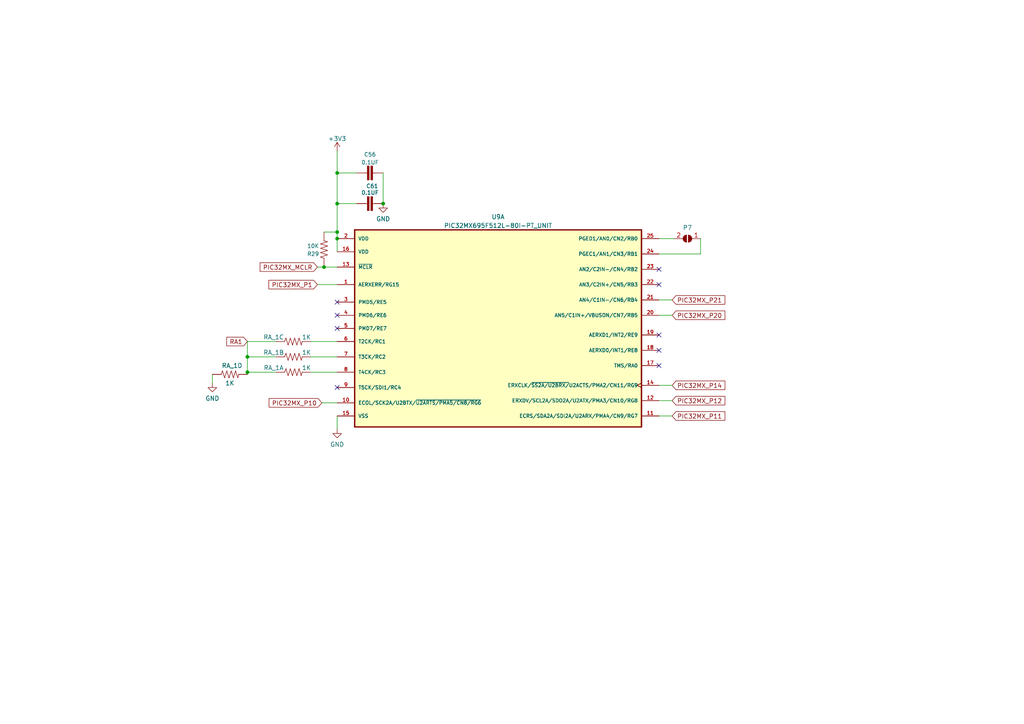
<source format=kicad_sch>
(kicad_sch (version 20211123) (generator eeschema)
  (paper "A4")
  (lib_symbols
    (symbol "Jumper:SolderJumper_2_Open" (pin_names (offset 0) hide)
      (property "Reference" "JP" (at 0 2.032 0))
      (property "Value" "SolderJumper_2_Open" (at 0 -2.54 0))
      (symbol "SolderJumper_2_Open_0_1"
        (arc (start -0.254 1.016) (mid -1.27 0) (end -0.254 -1.016))
        (arc (start -0.254 1.016) (mid -1.27 0) (end -0.254 -1.016) (fill (type outline)))
        (polyline (pts (xy -0.254 1.016) (xy -0.254 -1.016)))
        (polyline (pts (xy 0.254 1.016) (xy 0.254 -1.016)))
        (arc (start 0.254 -1.016) (mid 1.27 0) (end 0.254 1.016))
        (arc (start 0.254 -1.016) (mid 1.27 0) (end 0.254 1.016) (fill (type outline)))
      )
      (symbol "SolderJumper_2_Open_1_1"
        (pin passive line (at -3.81 0 0) (length 2.54) (name "A") (number "1"))
        (pin passive line (at 3.81 0 180) (length 2.54) (name "B") (number "2"))
      )
    )
    (symbol "MCU_Microchip_PIC32:PIC32MX695F512L-80I-PT_UNIT" (pin_names (offset 1.016))
      (property "Reference" "U?" (at 42.2275 2.506 0))
      (property "Value" "PIC32MX695F512L-80I-PT_UNIT" (at 42.2275 -0.0309 0))
      (symbol "PIC32MX695F512L-80I-PT_UNIT_0_0"
        (rectangle (start 0.635 -1.27) (end 83.82 -58.42) (stroke (width 0.4064)) (fill (type background)))
      )
      (symbol "PIC32MX695F512L-80I-PT_UNIT_1_0"
        (pin bidirectional line (at -4.445 -17.145 0) (length 5.08) (name "AERXERR/RG15") (number "1"))
        (pin bidirectional line (at -4.445 -51.435 0) (length 5.08) (name "ECOL/SCK2A/U2BTX/~{U2ARTS/PMA5/CN8/RG6}") (number "10"))
        (pin bidirectional line (at 88.9 -55.245 180) (length 5.08) (name "ECRS/SDA2A/SDI2A/U2ARX/PMA4/CN9/RG7") (number "11"))
        (pin bidirectional line (at 88.9 -50.8 180) (length 5.08) (name "ERXDV/SCL2A/SDO2A/U2ATX/PMA3/CN10/RG8") (number "12"))
        (pin input line (at -4.445 -12.065 0) (length 5.08) (name "~{MCLR}") (number "13"))
        (pin input clock (at 88.9 -46.355 180) (length 5.08) (name "ERXCLK/~{SS2A/U2BRX/}U2ACTS/PMA2/CN11/RG9") (number "14"))
        (pin power_in line (at -4.445 -55.245 0) (length 5.08) (name "VSS") (number "15"))
        (pin power_in line (at -4.445 -7.62 0) (length 5.08) (name "VDD") (number "16"))
        (pin bidirectional line (at 88.9 -40.64 180) (length 5.08) (name "TMS/RA0") (number "17"))
        (pin input line (at 88.9 -36.195 180) (length 5.08) (name "AERXD0/INT1/RE8") (number "18"))
        (pin input line (at 88.9 -31.75 180) (length 5.08) (name "AERXD1/INT2/RE9") (number "19"))
        (pin power_in line (at -4.445 -3.81 0) (length 5.08) (name "VDD") (number "2"))
        (pin input line (at 88.9 -26.035 180) (length 5.08) (name "AN5/C1IN+/VBUSON/CN7/RB5") (number "20"))
        (pin input line (at 88.9 -21.59 180) (length 5.08) (name "AN4/C1IN-/CN6/RB4") (number "21"))
        (pin input line (at 88.9 -17.145 180) (length 5.08) (name "AN3/C2IN+/CN5/RB3") (number "22"))
        (pin input line (at 88.9 -12.7 180) (length 5.08) (name "AN2/C2IN-/CN4/RB2") (number "23"))
        (pin bidirectional line (at 88.9 -8.255 180) (length 5.08) (name "PGEC1/AN1/CN3/RB1") (number "24"))
        (pin bidirectional line (at 88.9 -3.81 180) (length 5.08) (name "PGED1/AN0/CN2/RB0") (number "25"))
        (pin bidirectional line (at -4.445 -22.225 0) (length 5.08) (name "PMD5/RE5") (number "3"))
        (pin bidirectional line (at -4.445 -26.035 0) (length 5.08) (name "PMD6/RE6") (number "4"))
        (pin bidirectional line (at -4.445 -29.845 0) (length 5.08) (name "PMD7/RE7") (number "5"))
        (pin bidirectional line (at -4.445 -33.655 0) (length 5.08) (name "T2CK/RC1") (number "6"))
        (pin bidirectional line (at -4.445 -38.1 0) (length 5.08) (name "T3CK/RC2") (number "7"))
        (pin bidirectional line (at -4.445 -42.545 0) (length 5.08) (name "T4CK/RC3") (number "8"))
        (pin bidirectional line (at -4.445 -46.99 0) (length 5.08) (name "T5CK/SDI1/RC4") (number "9"))
      )
      (symbol "PIC32MX695F512L-80I-PT_UNIT_2_0"
        (pin bidirectional line (at -4.445 -5.715 0) (length 5.08) (name "PGEC2/AN6/OCFA/RB6") (number "26"))
        (pin bidirectional line (at -4.445 -8.89 0) (length 5.08) (name "PGED2/AN7/RB7") (number "27"))
        (pin bidirectional line (at -4.445 -11.43 0) (length 5.08) (name "VREF-/CVREF-/AERXD2/PMA7/RA9") (number "28"))
        (pin bidirectional line (at -4.445 -14.605 0) (length 5.08) (name "VREF+/CVREF+/AERXD3/PMA6/RA10") (number "29"))
        (pin power_in line (at -4.445 -17.145 0) (length 5.08) (name "AVDD") (number "30"))
        (pin power_in line (at -4.445 -19.685 0) (length 5.08) (name "AVSS") (number "31"))
        (pin bidirectional line (at -4.445 -22.86 0) (length 5.08) (name "AN8/C1OUT/RB8") (number "32"))
        (pin bidirectional line (at -4.445 -25.4 0) (length 5.08) (name "AN9/C2OUT/RB9") (number "33"))
        (pin bidirectional line (at -4.445 -27.94 0) (length 5.08) (name "AN10/CVREFOUT/PMA13/RB10") (number "34"))
        (pin bidirectional line (at -4.445 -30.48 0) (length 5.08) (name "AN11/ERXERR/AETXERR/PMA12/RB11") (number "35"))
        (pin power_in line (at -4.445 -33.02 0) (length 5.08) (name "VSS") (number "36"))
        (pin power_in line (at -4.445 -36.195 0) (length 5.08) (name "VDD") (number "37"))
        (pin bidirectional line (at -4.445 -39.37 0) (length 5.08) (name "TCK/RA1") (number "38"))
        (pin bidirectional line (at 88.9 -39.37 180) (length 5.08) (name "SCK3A/U3BTX/~{U3ARTS/RF13}") (number "39"))
        (pin bidirectional line (at 88.9 -36.195 180) (length 5.08) (name "~{SS3A/U3BRX/}U3ACTS/RF12") (number "40"))
        (pin bidirectional line (at 88.9 -33.02 180) (length 5.08) (name "AN12/ERXD0/AECRS/PMA11/RB12") (number "41"))
        (pin bidirectional line (at 88.9 -30.48 180) (length 5.08) (name "AN13/ERXD1/AECOL/PMA10/RB13") (number "42"))
        (pin bidirectional line (at 88.9 -27.94 180) (length 5.08) (name "AN14/ERXD2/AETXD3/PMALH/PMA1/RB14") (number "43"))
        (pin bidirectional line (at 88.9 -25.4 180) (length 5.08) (name "AN15/ERXD3/AETXD2/OCFB/PMALL/PMA0/CN12/RB15") (number "44"))
        (pin power_in line (at 88.9 -21.59 180) (length 5.08) (name "VSS") (number "45"))
        (pin power_in line (at 88.9 -18.415 180) (length 5.08) (name "VDD") (number "46"))
        (pin bidirectional line (at 88.9 -15.875 180) (length 5.08) (name "AETXD0/~{SS1A/U1BRX/}U1ACTS/CN20/RD14") (number "47"))
        (pin bidirectional line (at 88.9 -13.335 180) (length 5.08) (name "AETXD1/SCK1A/U1BTX/~{U1ARTS/CN21/RD15}") (number "48"))
        (pin bidirectional line (at 88.9 -10.16 180) (length 5.08) (name "SDA3A/SDI3A/U3ARX/PMA9/CN17/RF4") (number "49"))
        (pin input clock (at 88.9 -6.985 180) (length 5.08) (name "SCL3A/SDO3A/U3ATX/PMA8/CN18/RF5") (number "50"))
      )
      (symbol "PIC32MX695F512L-80I-PT_UNIT_3_0"
        (pin bidirectional line (at -4.445 -6.35 0) (length 5.08) (name "USBID/RF3") (number "51"))
        (pin bidirectional line (at -4.445 -8.89 0) (length 5.08) (name "SDA1A/SDI1A/U1ARX/RF2") (number "52"))
        (pin input clock (at -4.445 -11.43 0) (length 5.08) (name "SCL1A/SDO1A/U1ATX/RF8") (number "53"))
        (pin input line (at -4.445 -14.605 0) (length 5.08) (name "VBUS") (number "54"))
        (pin power_in line (at -4.445 -17.145 0) (length 5.08) (name "VUSB") (number "55"))
        (pin bidirectional line (at -4.445 -19.685 0) (length 5.08) (name "D-/RG3") (number "56"))
        (pin bidirectional line (at -4.445 -22.86 0) (length 5.08) (name "D+/RG2") (number "57"))
        (pin input clock (at -4.445 -26.035 0) (length 5.08) (name "SCL2/RA2") (number "58"))
        (pin bidirectional line (at -4.445 -29.21 0) (length 5.08) (name "SDA2/RA3") (number "59"))
        (pin bidirectional line (at -4.445 -32.385 0) (length 5.08) (name "TDI/RA4") (number "60"))
        (pin bidirectional line (at -4.445 -35.56 0) (length 5.08) (name "TDO/RA5") (number "61"))
        (pin power_in line (at -4.445 -38.735 0) (length 5.08) (name "VDD") (number "62"))
        (pin bidirectional clock (at -4.445 -41.91 0) (length 5.08) (name "OSC1/CLKI/RC12") (number "63"))
        (pin bidirectional clock (at 88.9 -41.275 180) (length 5.08) (name "OSC2/CLKO/RC15") (number "64"))
        (pin power_in line (at 88.9 -38.1 180) (length 5.08) (name "VSS") (number "65"))
        (pin input clock (at 88.9 -34.29 180) (length 5.08) (name "AETXCLK/SCL1/INT3/RA14") (number "66"))
        (pin input line (at 88.9 -31.75 180) (length 5.08) (name "AETXEN/SDA1/INT4/RA15") (number "67"))
        (pin bidirectional line (at 88.9 -28.575 180) (length 5.08) (name "RTCC/EMDIO/IC1/RD8") (number "68"))
        (pin bidirectional line (at 88.9 -26.035 180) (length 5.08) (name "~{SS1/IC2/RD9}") (number "69"))
        (pin bidirectional line (at 88.9 -23.495 180) (length 5.08) (name "SCK1/IC3/PMCS2/PMA15/RD10") (number "70"))
        (pin bidirectional line (at 88.9 -19.685 180) (length 5.08) (name "EMDC/IC4/PMCS1/PMA14/RD11") (number "71"))
        (pin input line (at 88.9 -15.875 180) (length 5.08) (name "SDO1/OC1/INT0/RD0") (number "72"))
        (pin bidirectional line (at 88.9 -12.7 180) (length 5.08) (name "SOSCI/CN1/RC13") (number "73"))
        (pin bidirectional line (at 88.9 -9.525 180) (length 5.08) (name "SOSCO/T1CK/CN0/RC14") (number "74"))
        (pin power_in line (at 88.9 -5.715 180) (length 5.08) (name "VSS") (number "75"))
      )
      (symbol "PIC32MX695F512L-80I-PT_UNIT_4_0"
        (pin bidirectional line (at 88.9 -6.35 180) (length 5.08) (name "PMD4/RE4") (number "100"))
        (pin bidirectional line (at -4.445 -5.715 0) (length 5.08) (name "OC2/RD1") (number "76"))
        (pin bidirectional line (at -4.445 -8.255 0) (length 5.08) (name "OC3/RD2") (number "77"))
        (pin bidirectional line (at -4.445 -10.795 0) (length 5.08) (name "OC4/RD3") (number "78"))
        (pin bidirectional line (at -4.445 -13.335 0) (length 5.08) (name "ETXD2/IC5/PMD12/RD12") (number "79"))
        (pin bidirectional line (at -4.445 -15.875 0) (length 5.08) (name "ETXD3/PMD13/CN19/RD13") (number "80"))
        (pin bidirectional line (at -4.445 -18.415 0) (length 5.08) (name "OC5/PMWR/CN13/RD4") (number "81"))
        (pin bidirectional line (at -4.445 -22.86 0) (length 5.08) (name "PMRD/CN14/RD5") (number "82"))
        (pin bidirectional line (at -4.445 -26.67 0) (length 5.08) (name "ETXEN/PMD14/CN15/RD6") (number "83"))
        (pin input clock (at -4.445 -29.21 0) (length 5.08) (name "ETXCLK/PMD15/CN16/RD7") (number "84"))
        (pin power_in line (at -4.445 -32.385 0) (length 5.08) (name "VCAP/VDDCORE") (number "85"))
        (pin power_in line (at -4.445 -34.925 0) (length 5.08) (name "VDD") (number "86"))
        (pin bidirectional line (at -4.445 -38.735 0) (length 5.08) (name "ETXD1/PMD11/RF0") (number "87"))
        (pin bidirectional line (at -4.445 -41.275 0) (length 5.08) (name "ETXD0/PMD10/RF1") (number "88"))
        (pin bidirectional line (at 88.9 -43.18 180) (length 5.08) (name "ETXERR/PMD9/RG1") (number "89"))
        (pin bidirectional line (at 88.9 -40.005 180) (length 5.08) (name "PMD8/RG0") (number "90"))
        (pin input clock (at 88.9 -35.56 180) (length 5.08) (name "TRCLK/RA6") (number "91"))
        (pin bidirectional line (at 88.9 -32.385 180) (length 5.08) (name "TRD3/RA7") (number "92"))
        (pin bidirectional line (at 88.9 -28.575 180) (length 5.08) (name "PMD0/RE0") (number "93"))
        (pin bidirectional line (at 88.9 -26.035 180) (length 5.08) (name "PMD1/RE1") (number "94"))
        (pin bidirectional line (at 88.9 -22.86 180) (length 5.08) (name "TRD2/RG14") (number "95"))
        (pin bidirectional line (at 88.9 -19.05 180) (length 5.08) (name "TRD1/RG12") (number "96"))
        (pin bidirectional line (at 88.9 -15.24 180) (length 5.08) (name "TRD0/RG13") (number "97"))
        (pin bidirectional line (at 88.9 -12.065 180) (length 5.08) (name "PMD2/RE2") (number "98"))
        (pin bidirectional line (at 88.9 -9.525 180) (length 5.08) (name "PMD3/RE3") (number "99"))
      )
    )
    (symbol "SparkFun-Capacitors:0.1UF-0402-16V-10%" (pin_numbers hide) (pin_names (offset 1.016) hide)
      (property "Reference" "C" (at 1.524 2.921 0))
      (property "Value" "0.1UF-0402-16V-10%" (at 1.524 -2.159 0))
      (property "Field4" "CAP-12416" (at 0 7.62 0))
      (symbol "0.1UF-0402-16V-10%_1_0"
        (polyline (pts (xy 0 0) (xy 0 0.508)))
        (polyline (pts (xy 0 2.54) (xy 0 2.032)))
      )
      (symbol "0.1UF-0402-16V-10%_1_1"
        (rectangle (start -2.032 0.508) (end 2.032 1.016) (fill (type outline)))
        (rectangle (start -2.032 1.524) (end 2.032 2.032) (fill (type outline)))
        (pin passive line (at 0 5.08 270) (length 2.54) (name "1") (number "1"))
        (pin passive line (at 0 -2.54 90) (length 2.54) (name "2") (number "2"))
      )
    )
    (symbol "SparkFun-Resistors:RESISTOR0402" (pin_numbers hide) (pin_names (offset 1.016) hide)
      (property "Reference" "R" (at -5.08 1.27 0))
      (property "Value" "RESISTOR0402" (at -5.08 -3.81 0))
      (property "Field4" " " (at 0 5.08 0))
      (symbol "RESISTOR0402_1_0"
        (polyline (pts (xy -2.54 0) (xy -2.159 1.016)))
        (polyline (pts (xy -2.159 1.016) (xy -1.524 -1.016)))
        (polyline (pts (xy -1.524 -1.016) (xy -0.889 1.016)))
        (polyline (pts (xy -0.889 1.016) (xy -0.254 -1.016)))
        (polyline (pts (xy -0.254 -1.016) (xy 0.381 1.016)))
        (polyline (pts (xy 0.381 1.016) (xy 1.016 -1.016)))
        (polyline (pts (xy 1.016 -1.016) (xy 1.651 1.016)))
        (polyline (pts (xy 1.651 1.016) (xy 2.286 -1.016)))
        (polyline (pts (xy 2.286 -1.016) (xy 2.54 0)))
      )
      (symbol "RESISTOR0402_1_1"
        (pin passive line (at -5.08 0 0) (length 2.54) (name "1") (number "1"))
        (pin passive line (at 5.08 0 180) (length 2.54) (name "2") (number "2"))
      )
    )
    (symbol "SparkFun-Resistors:RESISTOR_ARRAY_0402_x_4_"
      (property "Reference" "RA_" (at 0 1.905 0))
      (property "Value" "RESISTOR_ARRAY_0402_x_4_" (at 0 -10.16 0))
      (symbol "RESISTOR_ARRAY_0402_x_4__1_0"
        (polyline (pts (xy -0.635 0) (xy -0.254 1.016)))
        (polyline (pts (xy -0.254 1.016) (xy 0.381 -1.016)))
        (polyline (pts (xy 0.381 -1.016) (xy 1.016 1.016)))
        (polyline (pts (xy 1.016 1.016) (xy 1.651 -1.016)))
        (polyline (pts (xy 1.651 -1.016) (xy 2.286 1.016)))
        (polyline (pts (xy 2.286 1.016) (xy 2.921 -1.016)))
        (polyline (pts (xy 2.921 -1.016) (xy 3.556 1.016)))
        (polyline (pts (xy 3.556 1.016) (xy 4.191 -1.016)))
        (polyline (pts (xy 4.191 -1.016) (xy 4.445 0)))
      )
      (symbol "RESISTOR_ARRAY_0402_x_4__1_1"
        (pin passive line (at -3.175 0 0) (length 2.54) (name "1") (number "1"))
        (pin passive line (at 6.985 0 180) (length 2.54) (name "2") (number "8"))
      )
      (symbol "RESISTOR_ARRAY_0402_x_4__2_0"
        (polyline (pts (xy -0.635 0) (xy -0.254 1.016)))
        (polyline (pts (xy -0.254 1.016) (xy 0.381 -1.016)))
        (polyline (pts (xy 0.381 -1.016) (xy 1.016 1.016)))
        (polyline (pts (xy 1.016 1.016) (xy 1.651 -1.016)))
        (polyline (pts (xy 1.651 -1.016) (xy 2.286 1.016)))
        (polyline (pts (xy 2.286 1.016) (xy 2.921 -1.016)))
        (polyline (pts (xy 2.921 -1.016) (xy 3.556 1.016)))
        (polyline (pts (xy 3.556 1.016) (xy 4.191 -1.016)))
        (polyline (pts (xy 4.191 -1.016) (xy 4.445 0)))
      )
      (symbol "RESISTOR_ARRAY_0402_x_4__2_1"
        (pin passive line (at -3.175 0 0) (length 2.54) (name "1") (number "2"))
        (pin passive line (at 6.985 0 180) (length 2.54) (name "2") (number "7"))
      )
      (symbol "RESISTOR_ARRAY_0402_x_4__3_0"
        (polyline (pts (xy -0.635 0) (xy -0.254 1.016)))
        (polyline (pts (xy -0.254 1.016) (xy 0.381 -1.016)))
        (polyline (pts (xy 0.381 -1.016) (xy 1.016 1.016)))
        (polyline (pts (xy 1.016 1.016) (xy 1.651 -1.016)))
        (polyline (pts (xy 1.651 -1.016) (xy 2.286 1.016)))
        (polyline (pts (xy 2.286 1.016) (xy 2.921 -1.016)))
        (polyline (pts (xy 2.921 -1.016) (xy 3.556 1.016)))
        (polyline (pts (xy 3.556 1.016) (xy 4.191 -1.016)))
        (polyline (pts (xy 4.191 -1.016) (xy 4.445 0)))
      )
      (symbol "RESISTOR_ARRAY_0402_x_4__3_1"
        (pin passive line (at -3.175 0 0) (length 2.54) (name "1") (number "3"))
        (pin passive line (at 6.985 0 180) (length 2.54) (name "2") (number "6"))
      )
      (symbol "RESISTOR_ARRAY_0402_x_4__4_0"
        (polyline (pts (xy -0.635 0) (xy -0.254 1.016)))
        (polyline (pts (xy -0.254 1.016) (xy 0.381 -1.016)))
        (polyline (pts (xy 0.381 -1.016) (xy 1.016 1.016)))
        (polyline (pts (xy 1.016 1.016) (xy 1.651 -1.016)))
        (polyline (pts (xy 1.651 -1.016) (xy 2.286 1.016)))
        (polyline (pts (xy 2.286 1.016) (xy 2.921 -1.016)))
        (polyline (pts (xy 2.921 -1.016) (xy 3.556 1.016)))
        (polyline (pts (xy 3.556 1.016) (xy 4.191 -1.016)))
        (polyline (pts (xy 4.191 -1.016) (xy 4.445 0)))
      )
      (symbol "RESISTOR_ARRAY_0402_x_4__4_1"
        (pin passive line (at -3.175 0 0) (length 2.54) (name "1") (number "4"))
        (pin passive line (at 6.985 0 180) (length 2.54) (name "2") (number "5"))
      )
    )
    (symbol "power:+3V3" (power) (pin_names (offset 0))
      (property "Value" "+3V3" (at 0 3.556 0))
      (symbol "+3V3_0_1"
        (polyline (pts (xy -0.762 1.27) (xy 0 2.54)))
        (polyline (pts (xy 0 0) (xy 0 2.54)))
        (polyline (pts (xy 0 2.54) (xy 0.762 1.27)))
      )
      (symbol "+3V3_1_1"
        (pin power_in line (at 0 0 90) (length 0) hide (name "+3V3") (number "1"))
      )
    )
    (symbol "power:GND" (power) (pin_names (offset 0))
      (property "Value" "GND" (at 0 -3.81 0))
      (symbol "GND_0_1"
        (polyline (pts (xy 0 0) (xy 0 -1.27) (xy 1.27 -1.27) (xy 0 -2.54) (xy -1.27 -1.27) (xy 0 -1.27)))
      )
      (symbol "GND_1_1"
        (pin power_in line (at 0 0 270) (length 0) hide (name "GND") (number "1"))
      )
    )
  )
  (junction (at 111.125 59.055))
  (junction (at 93.98 77.47))
  (junction (at 97.79 69.215))
  (junction (at 71.755 103.505))
  (junction (at 97.79 67.31))
  (junction (at 97.79 59.055))
  (junction (at 71.755 107.95))
  (junction (at 97.79 50.165))
  (no_connect (at 97.79 91.44))
  (no_connect (at 97.79 95.25))
  (no_connect (at 97.79 112.395))
  (no_connect (at 191.135 82.55))
  (no_connect (at 191.135 106.045))
  (no_connect (at 191.135 101.6))
  (no_connect (at 191.135 97.155))
  (no_connect (at 191.135 78.105))
  (no_connect (at 97.79 87.63))
  (wire (pts (xy 80.01 107.95) (xy 71.755 107.95)))
  (wire (pts (xy 90.17 107.95) (xy 97.79 107.95)))
  (wire (pts (xy 97.79 43.815) (xy 97.79 50.165)))
  (wire (pts (xy 90.17 99.06) (xy 97.79 99.06)))
  (wire (pts (xy 92.075 82.55) (xy 97.79 82.55)))
  (wire (pts (xy 103.505 59.055) (xy 97.79 59.055)))
  (wire (pts (xy 80.01 103.505) (xy 71.755 103.505)))
  (wire (pts (xy 97.79 67.31) (xy 97.79 69.215)))
  (wire (pts (xy 61.595 111.125) (xy 61.595 108.585)))
  (wire (pts (xy 71.755 99.06) (xy 80.01 99.06)))
  (wire (pts (xy 71.755 103.505) (xy 71.755 107.95)))
  (wire (pts (xy 97.79 50.165) (xy 97.79 59.055)))
  (wire (pts (xy 111.125 50.165) (xy 111.125 59.055)))
  (wire (pts (xy 97.79 69.215) (xy 97.79 73.025)))
  (wire (pts (xy 191.135 116.205) (xy 194.945 116.205)))
  (wire (pts (xy 71.755 103.505) (xy 71.755 99.06)))
  (wire (pts (xy 103.505 50.165) (xy 97.79 50.165)))
  (wire (pts (xy 191.135 111.76) (xy 194.945 111.76)))
  (wire (pts (xy 93.98 77.47) (xy 97.79 77.47)))
  (wire (pts (xy 191.135 120.65) (xy 194.945 120.65)))
  (wire (pts (xy 93.345 116.84) (xy 97.79 116.84)))
  (wire (pts (xy 191.135 73.66) (xy 203.2 73.66)))
  (wire (pts (xy 191.135 86.995) (xy 194.945 86.995)))
  (wire (pts (xy 191.135 69.215) (xy 195.58 69.215)))
  (wire (pts (xy 97.79 124.46) (xy 97.79 120.65)))
  (wire (pts (xy 90.17 103.505) (xy 97.79 103.505)))
  (wire (pts (xy 93.98 67.31) (xy 97.79 67.31)))
  (wire (pts (xy 97.79 59.055) (xy 97.79 67.31)))
  (wire (pts (xy 203.2 69.215) (xy 203.2 73.66)))
  (wire (pts (xy 71.755 107.95) (xy 71.755 108.585)))
  (wire (pts (xy 191.135 91.44) (xy 194.945 91.44)))
  (wire (pts (xy 92.075 77.47) (xy 93.98 77.47)))
  (global_label "PIC32MX_P21" (shape input) (at 194.945 86.995 0) (property "Intersheet References" "${INTERSHEET_REFS}" (effects hide)))
  (global_label "PIC32MX_P14" (shape input) (at 194.945 111.76 0) (property "Intersheet References" "${INTERSHEET_REFS}" (effects hide)))
  (global_label "PIC32MX_P1" (shape input) (at 92.075 82.55 180) (property "Intersheet References" "${INTERSHEET_REFS}" (effects hide)))
  (global_label "PIC32MX_P10" (shape input) (at 93.345 116.84 180) (property "Intersheet References" "${INTERSHEET_REFS}" (effects hide)))
  (global_label "RA1" (shape input) (at 71.755 99.06 180) (property "Intersheet References" "${INTERSHEET_REFS}" (effects hide)))
  (global_label "PIC32MX_P20" (shape input) (at 194.945 91.44 0) (property "Intersheet References" "${INTERSHEET_REFS}" (effects hide)))
  (global_label "PIC32MX_P12" (shape input) (at 194.945 116.205 0) (property "Intersheet References" "${INTERSHEET_REFS}" (effects hide)))
  (global_label "PIC32MX_MCLR" (shape input) (at 92.075 77.47 180) (property "Intersheet References" "${INTERSHEET_REFS}" (effects hide)))
  (global_label "PIC32MX_P11" (shape input) (at 194.945 120.65 0) (property "Intersheet References" "${INTERSHEET_REFS}" (effects hide)))
  (symbol (lib_id "SparkFun-Resistors:RESISTOR_ARRAY_0402_x_4_") (at 83.185 107.95 0) (unit 1)
    (property "Reference" "RA_1" (at 79.375 106.68 0))
    (property "Value" "1K" (at 88.9 106.68 0))
    (property "Footprint" "Resistor_SMD:R_Array_Convex_4x0402" (effects hide))
  )
  (symbol (lib_id "SparkFun-Resistors:RESISTOR_ARRAY_0402_x_4_") (at 83.185 103.505 0) (unit 2)
    (property "Reference" "RA_1" (at 79.375 102.235 0))
    (property "Value" "1K" (at 88.9 102.235 0))
    (property "Footprint" "Resistor_SMD:R_Array_Convex_4x0402" (effects hide))
  )
  (symbol (lib_id "MCU_Microchip_PIC32:PIC32MX695F512L-80I-PT_UNIT") (at 102.235 65.405 0) (unit 1)
    (property "Reference" "U9" (at 144.4625 62.899 0))
    (property "Value" "PIC32MX695F512L-80I-PT_UNIT" (at 144.4625 65.4359 0))
    (property "Footprint" "Package_QFP:TQFP-100_12x12mm_P0.4mm" (effects hide))
  )
  (symbol (lib_id "SparkFun-Resistors:RESISTOR_ARRAY_0402_x_4_") (at 64.77 108.585 0) (unit 4)
    (property "Reference" "RA_1" (at 67.31 106.045 0))
    (property "Value" "1K" (at 66.675 111.125 0))
    (property "Footprint" "Resistor_SMD:R_Array_Convex_4x0402" (effects hide))
  )
  (symbol (lib_id "SparkFun-Capacitors:0.1UF-0402-16V-10%") (at 106.045 59.055 270) (mirror x) (unit 1)
    (property "Reference" "C61" (at 107.95 53.975 90) (effects (font (size 1.143 1.143))))
    (property "Value" "0.1UF" (at 107.315 55.88 90) (effects (font (size 1.143 1.143))))
    (property "Footprint" "Capacitor_SMD:C_0402_1005Metric" (effects hide))
  )
  (symbol (lib_id "SparkFun-Resistors:RESISTOR_ARRAY_0402_x_4_") (at 83.185 99.06 0) (unit 3)
    (property "Reference" "RA_1" (at 79.375 97.79 0))
    (property "Value" "1K" (at 88.9 97.79 0))
    (property "Footprint" "Resistor_SMD:R_Array_Convex_4x0402" (effects hide))
  )
  (symbol (lib_id "SparkFun-Capacitors:0.1UF-0402-16V-10%") (at 106.045 50.165 270) (mirror x) (unit 1)
    (property "Reference" "C56" (at 107.315 44.8159 90) (effects (font (size 1.143 1.143))))
    (property "Value" "0.1UF" (at 107.315 47.1245 90) (effects (font (size 1.143 1.143))))
    (property "Footprint" "Capacitor_SMD:C_0402_1005Metric" (effects hide))
  )
  (symbol (lib_id "power:GND") (at 111.125 59.055 0) (mirror y) (unit 1)
    (property "Reference" "#PWR0155" (effects hide))
    (property "Value" "GND" (at 111.125 63.4984 0))
  )
  (symbol (lib_id "power:GND") (at 97.79 124.46 0) (unit 1)
    (property "Reference" "#PWR0152" (effects hide))
    (property "Value" "GND" (at 97.79 128.9034 0))
  )
  (symbol (lib_id "SparkFun-Resistors:RESISTOR0402") (at 93.98 72.39 90) (unit 1)
    (property "Reference" "R29" (at 90.805 73.66 90) (effects (font (size 1.143 1.143))))
    (property "Value" "10K" (at 90.805 71.3514 90) (effects (font (size 1.143 1.143))))
    (property "Footprint" "Resistor_SMD:R_0402_1005Metric" (effects hide))
  )
  (symbol (lib_id "power:+3V3") (at 97.79 43.815 0) (unit 1)
    (property "Reference" "#PWR0154" (effects hide))
    (property "Value" "+3V3" (at 97.79 40.2392 0))
  )
  (symbol (lib_id "Jumper:SolderJumper_2_Open") (at 199.39 69.215 180) (unit 1)
    (property "Reference" "P7" (at 199.39 66.0431 0))
    (property "Value" " " (at 199.39 68.58 0))
    (property "Footprint" "Capacitor_SMD:C_0603_1608Metric" (effects hide))
  )
  (symbol (lib_id "power:GND") (at 61.595 111.125 0) (unit 1)
    (property "Reference" "#PWR0153" (effects hide))
    (property "Value" "GND" (at 61.595 115.5684 0))
  )
)
</source>
